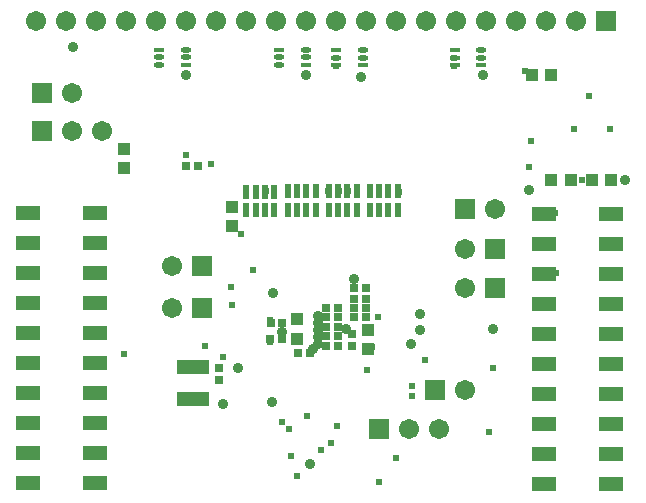
<source format=gbs>
G04*
G04 #@! TF.GenerationSoftware,Altium Limited,Altium Designer,19.0.10 (269)*
G04*
G04 Layer_Color=16711935*
%FSLAX25Y25*%
%MOIN*%
G70*
G01*
G75*
%ADD28R,0.04300X0.04300*%
%ADD29R,0.04300X0.04300*%
%ADD34R,0.03162X0.02769*%
%ADD35R,0.02769X0.03162*%
%ADD37C,0.06706*%
%ADD38R,0.06706X0.06706*%
%ADD39C,0.03600*%
%ADD40C,0.02400*%
%ADD51R,0.03350X0.01400*%
%ADD54R,0.08280X0.04816*%
%ADD55R,0.11036X0.05131*%
%ADD56R,0.02375X0.04737*%
D28*
X78500Y100250D02*
D03*
Y93750D02*
D03*
X42500Y119494D02*
D03*
Y112994D02*
D03*
X123803Y52752D02*
D03*
Y59252D02*
D03*
X100032Y56252D02*
D03*
Y62752D02*
D03*
D29*
X204750Y109000D02*
D03*
X198250D02*
D03*
X191250D02*
D03*
X184750D02*
D03*
X184782Y144000D02*
D03*
X178281D02*
D03*
D34*
X95000Y56002D02*
D03*
X91063D02*
D03*
X113532Y63502D02*
D03*
X109595D02*
D03*
X123000Y73032D02*
D03*
X119063D02*
D03*
X123000Y69500D02*
D03*
X119063D02*
D03*
X123000Y63500D02*
D03*
X119063D02*
D03*
X109595Y60002D02*
D03*
X113532D02*
D03*
X123000Y66500D02*
D03*
X119063D02*
D03*
X66969Y113701D02*
D03*
X63031D02*
D03*
X113532Y66500D02*
D03*
X109594D02*
D03*
X113532Y53752D02*
D03*
X109594D02*
D03*
X113532Y57002D02*
D03*
X109595D02*
D03*
X104437Y51500D02*
D03*
X100500D02*
D03*
X95150Y61470D02*
D03*
X91213D02*
D03*
D35*
X74000Y46394D02*
D03*
Y42457D02*
D03*
X118500Y57805D02*
D03*
Y53868D02*
D03*
D37*
X147500Y26000D02*
D03*
X137500D02*
D03*
X166000Y99500D02*
D03*
X58500Y66500D02*
D03*
X156000Y73000D02*
D03*
Y86187D02*
D03*
X193000Y162000D02*
D03*
X183000D02*
D03*
X173000D02*
D03*
X163000D02*
D03*
X153000D02*
D03*
X143000D02*
D03*
X133000D02*
D03*
X123000D02*
D03*
X113000D02*
D03*
X103000D02*
D03*
X93000D02*
D03*
X83000D02*
D03*
X73000D02*
D03*
X63000D02*
D03*
X53000D02*
D03*
X43000D02*
D03*
X33000D02*
D03*
X23000D02*
D03*
X13000D02*
D03*
X25000Y138000D02*
D03*
X35000Y125500D02*
D03*
X25000D02*
D03*
X58500Y80500D02*
D03*
X156000Y39000D02*
D03*
D38*
X127500Y26000D02*
D03*
X156000Y99500D02*
D03*
X68500Y66500D02*
D03*
X166000Y73000D02*
D03*
Y86187D02*
D03*
X203000Y162000D02*
D03*
X15000Y138000D02*
D03*
Y125500D02*
D03*
X68500Y80500D02*
D03*
X146000Y39000D02*
D03*
D39*
X177500Y105662D02*
D03*
X138000Y54500D02*
D03*
X95000Y58500D02*
D03*
X75484Y34500D02*
D03*
X91798Y35000D02*
D03*
X31000Y78000D02*
D03*
X34211Y68124D02*
D03*
X31000D02*
D03*
X10000Y7891D02*
D03*
X10279Y48000D02*
D03*
X34500Y78000D02*
D03*
Y88000D02*
D03*
Y98000D02*
D03*
X32721Y38000D02*
D03*
Y48000D02*
D03*
X31000Y88000D02*
D03*
X10279D02*
D03*
X31000Y98000D02*
D03*
X10279Y68000D02*
D03*
X32721Y58000D02*
D03*
X10279Y38000D02*
D03*
X92000Y71500D02*
D03*
X141000Y59000D02*
D03*
Y64543D02*
D03*
X80500Y46500D02*
D03*
X104500Y14500D02*
D03*
X165500Y59500D02*
D03*
X180000Y47891D02*
D03*
X184500D02*
D03*
X182280Y7891D02*
D03*
Y27891D02*
D03*
X180000Y57891D02*
D03*
X184500Y58000D02*
D03*
X116500Y59500D02*
D03*
X63000Y144000D02*
D03*
X103000D02*
D03*
X121500Y143500D02*
D03*
X162000Y144000D02*
D03*
X209500Y109211D02*
D03*
X10279Y18000D02*
D03*
Y28000D02*
D03*
Y78000D02*
D03*
X25500Y153500D02*
D03*
X105500Y52826D02*
D03*
X107000Y63754D02*
D03*
Y61637D02*
D03*
Y56882D02*
D03*
Y59000D02*
D03*
Y54500D02*
D03*
X119000Y75998D02*
D03*
D40*
X10279Y98000D02*
D03*
X127500Y8500D02*
D03*
X42500Y51269D02*
D03*
X123295Y45705D02*
D03*
X103500Y30546D02*
D03*
X97870Y17000D02*
D03*
X85500Y79000D02*
D03*
X95000Y28500D02*
D03*
X111500Y21500D02*
D03*
X78000Y73500D02*
D03*
X75484Y50016D02*
D03*
X91032Y55000D02*
D03*
X142831Y49000D02*
D03*
X100000Y10500D02*
D03*
X113500Y27000D02*
D03*
X97500Y26000D02*
D03*
X125000Y53500D02*
D03*
X69500Y53868D02*
D03*
X107904Y19100D02*
D03*
X127000Y63502D02*
D03*
X91046Y62500D02*
D03*
X68500Y80500D02*
D03*
X78500Y67500D02*
D03*
X147500Y26000D02*
D03*
X137500D02*
D03*
X127500D02*
D03*
X133000Y16500D02*
D03*
X165500Y46500D02*
D03*
X186059Y98000D02*
D03*
X68500Y66500D02*
D03*
X164000Y25244D02*
D03*
X138500Y37000D02*
D03*
Y40500D02*
D03*
X166000Y73000D02*
D03*
X156000D02*
D03*
Y86187D02*
D03*
X166000D02*
D03*
X15000Y125500D02*
D03*
Y138000D02*
D03*
X25000D02*
D03*
X35000Y125500D02*
D03*
X177500Y113500D02*
D03*
X178000Y122000D02*
D03*
X197244Y137000D02*
D03*
X176000Y145500D02*
D03*
X192500Y126000D02*
D03*
X204300D02*
D03*
X195000Y109000D02*
D03*
X186279Y78000D02*
D03*
X166000Y99500D02*
D03*
X156000D02*
D03*
X81500Y91000D02*
D03*
X71500Y114500D02*
D03*
X58500Y80500D02*
D03*
X25000Y125500D02*
D03*
Y138000D02*
D03*
X63031Y117500D02*
D03*
X134000Y105000D02*
D03*
X100000Y105500D02*
D03*
X82850Y105324D02*
D03*
X130500Y105500D02*
D03*
X127500D02*
D03*
X124500D02*
D03*
X120000D02*
D03*
X116858D02*
D03*
X114000D02*
D03*
X110500D02*
D03*
X106500D02*
D03*
X103079D02*
D03*
X97000D02*
D03*
X92350Y105324D02*
D03*
X89554D02*
D03*
X86350D02*
D03*
X152500Y147250D02*
D03*
Y149970D02*
D03*
X161500D02*
D03*
Y152500D02*
D03*
X122000D02*
D03*
Y149970D02*
D03*
X112953Y147250D02*
D03*
Y149970D02*
D03*
X94000Y147500D02*
D03*
X103000Y150000D02*
D03*
Y152500D02*
D03*
X94000Y150000D02*
D03*
X54025D02*
D03*
Y147500D02*
D03*
X63000Y150000D02*
D03*
Y152500D02*
D03*
D51*
X161475Y152529D02*
D03*
Y149970D02*
D03*
Y147411D02*
D03*
X152525D02*
D03*
Y149970D02*
D03*
Y152529D02*
D03*
X121975D02*
D03*
Y149970D02*
D03*
Y147411D02*
D03*
X113025D02*
D03*
Y149970D02*
D03*
Y152529D02*
D03*
X102950Y152559D02*
D03*
Y150000D02*
D03*
Y147441D02*
D03*
X94000D02*
D03*
Y150000D02*
D03*
Y152559D02*
D03*
X63000D02*
D03*
Y150000D02*
D03*
Y147441D02*
D03*
X54050D02*
D03*
Y150000D02*
D03*
Y152559D02*
D03*
D54*
X32721Y88000D02*
D03*
X10279D02*
D03*
X32721Y98000D02*
D03*
X10279D02*
D03*
Y78000D02*
D03*
X32721D02*
D03*
X10279Y68000D02*
D03*
X32721D02*
D03*
X10279Y58000D02*
D03*
X32721D02*
D03*
X10279Y48000D02*
D03*
X32721D02*
D03*
X10279Y38000D02*
D03*
X32721D02*
D03*
X10279Y28000D02*
D03*
X32721D02*
D03*
X10279Y18000D02*
D03*
X32721D02*
D03*
X10279Y8000D02*
D03*
X32721D02*
D03*
X204720Y87891D02*
D03*
X182280D02*
D03*
X204720Y97891D02*
D03*
X182280D02*
D03*
Y77891D02*
D03*
X204720D02*
D03*
X182280Y67891D02*
D03*
X204720D02*
D03*
X182280Y57891D02*
D03*
X204720D02*
D03*
X182280Y47891D02*
D03*
X204720D02*
D03*
X182280Y37891D02*
D03*
X204720D02*
D03*
X182280Y27891D02*
D03*
X204720D02*
D03*
X182280Y17891D02*
D03*
X204720D02*
D03*
X182280Y7891D02*
D03*
X204720D02*
D03*
D55*
X65500Y46815D02*
D03*
Y36185D02*
D03*
D56*
X124201Y99176D02*
D03*
X127350D02*
D03*
X130500D02*
D03*
X133650D02*
D03*
X124201Y105475D02*
D03*
X127350D02*
D03*
X130500D02*
D03*
X133650D02*
D03*
X110534Y99176D02*
D03*
X113684D02*
D03*
X116833D02*
D03*
X119983D02*
D03*
X110534Y105475D02*
D03*
X113684D02*
D03*
X116833D02*
D03*
X119983D02*
D03*
X83051Y99000D02*
D03*
X86201D02*
D03*
X89350D02*
D03*
X92500D02*
D03*
X83051Y105299D02*
D03*
X86201D02*
D03*
X89350D02*
D03*
X92500D02*
D03*
X96867Y99176D02*
D03*
X100017D02*
D03*
X103167D02*
D03*
X106316D02*
D03*
X96867Y105475D02*
D03*
X100017D02*
D03*
X103167D02*
D03*
X106316D02*
D03*
M02*

</source>
